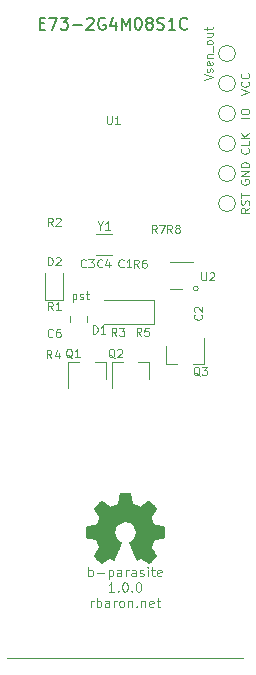
<source format=gbr>
G04 #@! TF.GenerationSoftware,KiCad,Pcbnew,(5.1.2-1)-1*
G04 #@! TF.CreationDate,2021-03-13T14:03:47+01:00*
G04 #@! TF.ProjectId,parasite,70617261-7369-4746-952e-6b696361645f,1.0.0*
G04 #@! TF.SameCoordinates,Original*
G04 #@! TF.FileFunction,Legend,Top*
G04 #@! TF.FilePolarity,Positive*
%FSLAX46Y46*%
G04 Gerber Fmt 4.6, Leading zero omitted, Abs format (unit mm)*
G04 Created by KiCad (PCBNEW (5.1.2-1)-1) date 2021-03-13 14:03:47*
%MOMM*%
%LPD*%
G04 APERTURE LIST*
%ADD10C,0.120000*%
%ADD11C,0.100000*%
%ADD12C,0.010000*%
%ADD13C,0.150000*%
G04 APERTURE END LIST*
D10*
X74200000Y-51700000D02*
G75*
G03X74200000Y-51700000I-200000J0D01*
G01*
D11*
X64914285Y-76061904D02*
X64914285Y-75261904D01*
X64914285Y-75566666D02*
X64990476Y-75528571D01*
X65142857Y-75528571D01*
X65219047Y-75566666D01*
X65257142Y-75604761D01*
X65295238Y-75680952D01*
X65295238Y-75909523D01*
X65257142Y-75985714D01*
X65219047Y-76023809D01*
X65142857Y-76061904D01*
X64990476Y-76061904D01*
X64914285Y-76023809D01*
X65638095Y-75757142D02*
X66247619Y-75757142D01*
X66628571Y-75528571D02*
X66628571Y-76328571D01*
X66628571Y-75566666D02*
X66704761Y-75528571D01*
X66857142Y-75528571D01*
X66933333Y-75566666D01*
X66971428Y-75604761D01*
X67009523Y-75680952D01*
X67009523Y-75909523D01*
X66971428Y-75985714D01*
X66933333Y-76023809D01*
X66857142Y-76061904D01*
X66704761Y-76061904D01*
X66628571Y-76023809D01*
X67695238Y-76061904D02*
X67695238Y-75642857D01*
X67657142Y-75566666D01*
X67580952Y-75528571D01*
X67428571Y-75528571D01*
X67352380Y-75566666D01*
X67695238Y-76023809D02*
X67619047Y-76061904D01*
X67428571Y-76061904D01*
X67352380Y-76023809D01*
X67314285Y-75947619D01*
X67314285Y-75871428D01*
X67352380Y-75795238D01*
X67428571Y-75757142D01*
X67619047Y-75757142D01*
X67695238Y-75719047D01*
X68076190Y-76061904D02*
X68076190Y-75528571D01*
X68076190Y-75680952D02*
X68114285Y-75604761D01*
X68152380Y-75566666D01*
X68228571Y-75528571D01*
X68304761Y-75528571D01*
X68914285Y-76061904D02*
X68914285Y-75642857D01*
X68876190Y-75566666D01*
X68800000Y-75528571D01*
X68647619Y-75528571D01*
X68571428Y-75566666D01*
X68914285Y-76023809D02*
X68838095Y-76061904D01*
X68647619Y-76061904D01*
X68571428Y-76023809D01*
X68533333Y-75947619D01*
X68533333Y-75871428D01*
X68571428Y-75795238D01*
X68647619Y-75757142D01*
X68838095Y-75757142D01*
X68914285Y-75719047D01*
X69257142Y-76023809D02*
X69333333Y-76061904D01*
X69485714Y-76061904D01*
X69561904Y-76023809D01*
X69600000Y-75947619D01*
X69600000Y-75909523D01*
X69561904Y-75833333D01*
X69485714Y-75795238D01*
X69371428Y-75795238D01*
X69295238Y-75757142D01*
X69257142Y-75680952D01*
X69257142Y-75642857D01*
X69295238Y-75566666D01*
X69371428Y-75528571D01*
X69485714Y-75528571D01*
X69561904Y-75566666D01*
X69942857Y-76061904D02*
X69942857Y-75528571D01*
X69942857Y-75261904D02*
X69904761Y-75300000D01*
X69942857Y-75338095D01*
X69980952Y-75300000D01*
X69942857Y-75261904D01*
X69942857Y-75338095D01*
X70209523Y-75528571D02*
X70514285Y-75528571D01*
X70323809Y-75261904D02*
X70323809Y-75947619D01*
X70361904Y-76023809D01*
X70438095Y-76061904D01*
X70514285Y-76061904D01*
X71085714Y-76023809D02*
X71009523Y-76061904D01*
X70857142Y-76061904D01*
X70780952Y-76023809D01*
X70742857Y-75947619D01*
X70742857Y-75642857D01*
X70780952Y-75566666D01*
X70857142Y-75528571D01*
X71009523Y-75528571D01*
X71085714Y-75566666D01*
X71123809Y-75642857D01*
X71123809Y-75719047D01*
X70742857Y-75795238D01*
X67085714Y-77361904D02*
X66628571Y-77361904D01*
X66857142Y-77361904D02*
X66857142Y-76561904D01*
X66780952Y-76676190D01*
X66704761Y-76752380D01*
X66628571Y-76790476D01*
X67428571Y-77285714D02*
X67466666Y-77323809D01*
X67428571Y-77361904D01*
X67390476Y-77323809D01*
X67428571Y-77285714D01*
X67428571Y-77361904D01*
X67961904Y-76561904D02*
X68038095Y-76561904D01*
X68114285Y-76600000D01*
X68152380Y-76638095D01*
X68190476Y-76714285D01*
X68228571Y-76866666D01*
X68228571Y-77057142D01*
X68190476Y-77209523D01*
X68152380Y-77285714D01*
X68114285Y-77323809D01*
X68038095Y-77361904D01*
X67961904Y-77361904D01*
X67885714Y-77323809D01*
X67847619Y-77285714D01*
X67809523Y-77209523D01*
X67771428Y-77057142D01*
X67771428Y-76866666D01*
X67809523Y-76714285D01*
X67847619Y-76638095D01*
X67885714Y-76600000D01*
X67961904Y-76561904D01*
X68571428Y-77285714D02*
X68609523Y-77323809D01*
X68571428Y-77361904D01*
X68533333Y-77323809D01*
X68571428Y-77285714D01*
X68571428Y-77361904D01*
X69104761Y-76561904D02*
X69180952Y-76561904D01*
X69257142Y-76600000D01*
X69295238Y-76638095D01*
X69333333Y-76714285D01*
X69371428Y-76866666D01*
X69371428Y-77057142D01*
X69333333Y-77209523D01*
X69295238Y-77285714D01*
X69257142Y-77323809D01*
X69180952Y-77361904D01*
X69104761Y-77361904D01*
X69028571Y-77323809D01*
X68990476Y-77285714D01*
X68952380Y-77209523D01*
X68914285Y-77057142D01*
X68914285Y-76866666D01*
X68952380Y-76714285D01*
X68990476Y-76638095D01*
X69028571Y-76600000D01*
X69104761Y-76561904D01*
X65123809Y-78661904D02*
X65123809Y-78128571D01*
X65123809Y-78280952D02*
X65161904Y-78204761D01*
X65200000Y-78166666D01*
X65276190Y-78128571D01*
X65352380Y-78128571D01*
X65619047Y-78661904D02*
X65619047Y-77861904D01*
X65619047Y-78166666D02*
X65695238Y-78128571D01*
X65847619Y-78128571D01*
X65923809Y-78166666D01*
X65961904Y-78204761D01*
X66000000Y-78280952D01*
X66000000Y-78509523D01*
X65961904Y-78585714D01*
X65923809Y-78623809D01*
X65847619Y-78661904D01*
X65695238Y-78661904D01*
X65619047Y-78623809D01*
X66685714Y-78661904D02*
X66685714Y-78242857D01*
X66647619Y-78166666D01*
X66571428Y-78128571D01*
X66419047Y-78128571D01*
X66342857Y-78166666D01*
X66685714Y-78623809D02*
X66609523Y-78661904D01*
X66419047Y-78661904D01*
X66342857Y-78623809D01*
X66304761Y-78547619D01*
X66304761Y-78471428D01*
X66342857Y-78395238D01*
X66419047Y-78357142D01*
X66609523Y-78357142D01*
X66685714Y-78319047D01*
X67066666Y-78661904D02*
X67066666Y-78128571D01*
X67066666Y-78280952D02*
X67104761Y-78204761D01*
X67142857Y-78166666D01*
X67219047Y-78128571D01*
X67295238Y-78128571D01*
X67676190Y-78661904D02*
X67600000Y-78623809D01*
X67561904Y-78585714D01*
X67523809Y-78509523D01*
X67523809Y-78280952D01*
X67561904Y-78204761D01*
X67600000Y-78166666D01*
X67676190Y-78128571D01*
X67790476Y-78128571D01*
X67866666Y-78166666D01*
X67904761Y-78204761D01*
X67942857Y-78280952D01*
X67942857Y-78509523D01*
X67904761Y-78585714D01*
X67866666Y-78623809D01*
X67790476Y-78661904D01*
X67676190Y-78661904D01*
X68285714Y-78128571D02*
X68285714Y-78661904D01*
X68285714Y-78204761D02*
X68323809Y-78166666D01*
X68400000Y-78128571D01*
X68514285Y-78128571D01*
X68590476Y-78166666D01*
X68628571Y-78242857D01*
X68628571Y-78661904D01*
X69009523Y-78585714D02*
X69047619Y-78623809D01*
X69009523Y-78661904D01*
X68971428Y-78623809D01*
X69009523Y-78585714D01*
X69009523Y-78661904D01*
X69390476Y-78128571D02*
X69390476Y-78661904D01*
X69390476Y-78204761D02*
X69428571Y-78166666D01*
X69504761Y-78128571D01*
X69619047Y-78128571D01*
X69695238Y-78166666D01*
X69733333Y-78242857D01*
X69733333Y-78661904D01*
X70419047Y-78623809D02*
X70342857Y-78661904D01*
X70190476Y-78661904D01*
X70114285Y-78623809D01*
X70076190Y-78547619D01*
X70076190Y-78242857D01*
X70114285Y-78166666D01*
X70190476Y-78128571D01*
X70342857Y-78128571D01*
X70419047Y-78166666D01*
X70457142Y-78242857D01*
X70457142Y-78319047D01*
X70076190Y-78395238D01*
X70685714Y-78128571D02*
X70990476Y-78128571D01*
X70800000Y-77861904D02*
X70800000Y-78547619D01*
X70838095Y-78623809D01*
X70914285Y-78661904D01*
X70990476Y-78661904D01*
D10*
X58000000Y-83000000D02*
X78000000Y-83000000D01*
D12*
G36*
X68555814Y-69468931D02*
G01*
X68639635Y-69913555D01*
X68948920Y-70041053D01*
X69258206Y-70168551D01*
X69629246Y-69916246D01*
X69733157Y-69845996D01*
X69827087Y-69783272D01*
X69906652Y-69730938D01*
X69967470Y-69691857D01*
X70005157Y-69668893D01*
X70015421Y-69663942D01*
X70033910Y-69676676D01*
X70073420Y-69711882D01*
X70129522Y-69765062D01*
X70197787Y-69831718D01*
X70273786Y-69907354D01*
X70353092Y-69987472D01*
X70431275Y-70067574D01*
X70503907Y-70143164D01*
X70566559Y-70209745D01*
X70614803Y-70262818D01*
X70644210Y-70297887D01*
X70651241Y-70309623D01*
X70641123Y-70331260D01*
X70612759Y-70378662D01*
X70569129Y-70447193D01*
X70513218Y-70532215D01*
X70448006Y-70629093D01*
X70410219Y-70684350D01*
X70341343Y-70785248D01*
X70280140Y-70876299D01*
X70229578Y-70952970D01*
X70192628Y-71010728D01*
X70172258Y-71045043D01*
X70169197Y-71052254D01*
X70176136Y-71072748D01*
X70195051Y-71120513D01*
X70223087Y-71188832D01*
X70257391Y-71270989D01*
X70295109Y-71360270D01*
X70333387Y-71449958D01*
X70369370Y-71533338D01*
X70400206Y-71603694D01*
X70423039Y-71654310D01*
X70435017Y-71678471D01*
X70435724Y-71679422D01*
X70454531Y-71684036D01*
X70504618Y-71694328D01*
X70580793Y-71709287D01*
X70677865Y-71727901D01*
X70790643Y-71749159D01*
X70856442Y-71761418D01*
X70976950Y-71784362D01*
X71085797Y-71806195D01*
X71177476Y-71825722D01*
X71246481Y-71841748D01*
X71287304Y-71853079D01*
X71295511Y-71856674D01*
X71303548Y-71881006D01*
X71310033Y-71935959D01*
X71314970Y-72015108D01*
X71318364Y-72112026D01*
X71320218Y-72220287D01*
X71320538Y-72333465D01*
X71319327Y-72445135D01*
X71316590Y-72548868D01*
X71312331Y-72638241D01*
X71306555Y-72706826D01*
X71299267Y-72748197D01*
X71294895Y-72756810D01*
X71268764Y-72767133D01*
X71213393Y-72781892D01*
X71136107Y-72799352D01*
X71044230Y-72817780D01*
X71012158Y-72823741D01*
X70857524Y-72852066D01*
X70735375Y-72874876D01*
X70641673Y-72893080D01*
X70572384Y-72907583D01*
X70523471Y-72919292D01*
X70490897Y-72929115D01*
X70470628Y-72937956D01*
X70458626Y-72946724D01*
X70456947Y-72948457D01*
X70440184Y-72976371D01*
X70414614Y-73030695D01*
X70382788Y-73104777D01*
X70347260Y-73191965D01*
X70310583Y-73285608D01*
X70275311Y-73379052D01*
X70243996Y-73465647D01*
X70219193Y-73538740D01*
X70203454Y-73591678D01*
X70199332Y-73617811D01*
X70199676Y-73618726D01*
X70213641Y-73640086D01*
X70245322Y-73687084D01*
X70291391Y-73754827D01*
X70348518Y-73838423D01*
X70413373Y-73932982D01*
X70431843Y-73959854D01*
X70497699Y-74057275D01*
X70555650Y-74146163D01*
X70602538Y-74221412D01*
X70635207Y-74277920D01*
X70650500Y-74310581D01*
X70651241Y-74314593D01*
X70638392Y-74335684D01*
X70602888Y-74377464D01*
X70549293Y-74435445D01*
X70482171Y-74505135D01*
X70406087Y-74582045D01*
X70325604Y-74661683D01*
X70245287Y-74739561D01*
X70169699Y-74811186D01*
X70103405Y-74872070D01*
X70050969Y-74917721D01*
X70016955Y-74943650D01*
X70007545Y-74947883D01*
X69985643Y-74937912D01*
X69940800Y-74911020D01*
X69880321Y-74871736D01*
X69833789Y-74840117D01*
X69749475Y-74782098D01*
X69649626Y-74713784D01*
X69549473Y-74645579D01*
X69495627Y-74609075D01*
X69313371Y-74485800D01*
X69160381Y-74568520D01*
X69090682Y-74604759D01*
X69031414Y-74632926D01*
X68991311Y-74648991D01*
X68981103Y-74651226D01*
X68968829Y-74634722D01*
X68944613Y-74588082D01*
X68910263Y-74515609D01*
X68867588Y-74421606D01*
X68818394Y-74310374D01*
X68764490Y-74186215D01*
X68707684Y-74053432D01*
X68649782Y-73916327D01*
X68592593Y-73779202D01*
X68537924Y-73646358D01*
X68487584Y-73522098D01*
X68443380Y-73410725D01*
X68407119Y-73316539D01*
X68380609Y-73243844D01*
X68365658Y-73196941D01*
X68363254Y-73180833D01*
X68382311Y-73160286D01*
X68424036Y-73126933D01*
X68479706Y-73087702D01*
X68484378Y-73084599D01*
X68628264Y-72969423D01*
X68744283Y-72835053D01*
X68831430Y-72685784D01*
X68888699Y-72525913D01*
X68915086Y-72359737D01*
X68909585Y-72191552D01*
X68871190Y-72025655D01*
X68798895Y-71866342D01*
X68777626Y-71831487D01*
X68666996Y-71690737D01*
X68536302Y-71577714D01*
X68390064Y-71493003D01*
X68232808Y-71437194D01*
X68069057Y-71410874D01*
X67903333Y-71414630D01*
X67740162Y-71449050D01*
X67584065Y-71514723D01*
X67439567Y-71612235D01*
X67394869Y-71651813D01*
X67281112Y-71775703D01*
X67198218Y-71906124D01*
X67141356Y-72052315D01*
X67109687Y-72197088D01*
X67101869Y-72359860D01*
X67127938Y-72523440D01*
X67185245Y-72682298D01*
X67271144Y-72830906D01*
X67382986Y-72963735D01*
X67518123Y-73075256D01*
X67535883Y-73087011D01*
X67592150Y-73125508D01*
X67634923Y-73158863D01*
X67655372Y-73180160D01*
X67655669Y-73180833D01*
X67651279Y-73203871D01*
X67633876Y-73256157D01*
X67605268Y-73333390D01*
X67567265Y-73431268D01*
X67521674Y-73545491D01*
X67470303Y-73671758D01*
X67414962Y-73805767D01*
X67357458Y-73943218D01*
X67299601Y-74079808D01*
X67243198Y-74211237D01*
X67190058Y-74333205D01*
X67141990Y-74441409D01*
X67100801Y-74531549D01*
X67068301Y-74599323D01*
X67046297Y-74640430D01*
X67037436Y-74651226D01*
X67010360Y-74642819D01*
X66959697Y-74620272D01*
X66894183Y-74587613D01*
X66858159Y-74568520D01*
X66705168Y-74485800D01*
X66522912Y-74609075D01*
X66429875Y-74672228D01*
X66328015Y-74741727D01*
X66232562Y-74807165D01*
X66184750Y-74840117D01*
X66117505Y-74885273D01*
X66060564Y-74921057D01*
X66021354Y-74942938D01*
X66008619Y-74947563D01*
X65990083Y-74935085D01*
X65949059Y-74900252D01*
X65889525Y-74846678D01*
X65815458Y-74777983D01*
X65730835Y-74697781D01*
X65677315Y-74646286D01*
X65583681Y-74554286D01*
X65502759Y-74471999D01*
X65437823Y-74402945D01*
X65392142Y-74350644D01*
X65368989Y-74318616D01*
X65366768Y-74312116D01*
X65377076Y-74287394D01*
X65405561Y-74237405D01*
X65449063Y-74167212D01*
X65504423Y-74081875D01*
X65568480Y-73986456D01*
X65586697Y-73959854D01*
X65653073Y-73863167D01*
X65712622Y-73776117D01*
X65762016Y-73703595D01*
X65797925Y-73650493D01*
X65817019Y-73621703D01*
X65818864Y-73618726D01*
X65816105Y-73595782D01*
X65801462Y-73545336D01*
X65777487Y-73474041D01*
X65746734Y-73388547D01*
X65711756Y-73295507D01*
X65675107Y-73201574D01*
X65639339Y-73113399D01*
X65607006Y-73037634D01*
X65580662Y-72980931D01*
X65562858Y-72949943D01*
X65561593Y-72948457D01*
X65550706Y-72939601D01*
X65532318Y-72930843D01*
X65502394Y-72921277D01*
X65456897Y-72909996D01*
X65391791Y-72896093D01*
X65303039Y-72878663D01*
X65186607Y-72856798D01*
X65038458Y-72829591D01*
X65006382Y-72823741D01*
X64911314Y-72805374D01*
X64828435Y-72787405D01*
X64765070Y-72771569D01*
X64728542Y-72759600D01*
X64723644Y-72756810D01*
X64715573Y-72732072D01*
X64709013Y-72676790D01*
X64703967Y-72597389D01*
X64700441Y-72500296D01*
X64698439Y-72391938D01*
X64697964Y-72278740D01*
X64699023Y-72167128D01*
X64701618Y-72063529D01*
X64705754Y-71974368D01*
X64711437Y-71906072D01*
X64718669Y-71865066D01*
X64723029Y-71856674D01*
X64747302Y-71848208D01*
X64802574Y-71834435D01*
X64883338Y-71816550D01*
X64984088Y-71795748D01*
X65099317Y-71773223D01*
X65162098Y-71761418D01*
X65281213Y-71739151D01*
X65387435Y-71718979D01*
X65475573Y-71701915D01*
X65540434Y-71688969D01*
X65576826Y-71681155D01*
X65582816Y-71679422D01*
X65592939Y-71659890D01*
X65614338Y-71612843D01*
X65644161Y-71545003D01*
X65679555Y-71463091D01*
X65717668Y-71373828D01*
X65755647Y-71283935D01*
X65790640Y-71200135D01*
X65819794Y-71129147D01*
X65840257Y-71077694D01*
X65849177Y-71052497D01*
X65849343Y-71051396D01*
X65839231Y-71031519D01*
X65810883Y-70985777D01*
X65767277Y-70918717D01*
X65711394Y-70834884D01*
X65646213Y-70738826D01*
X65608321Y-70683650D01*
X65539275Y-70582481D01*
X65477950Y-70490630D01*
X65427337Y-70412744D01*
X65390429Y-70353469D01*
X65370218Y-70317451D01*
X65367299Y-70309377D01*
X65379847Y-70290584D01*
X65414537Y-70250457D01*
X65466937Y-70193493D01*
X65532616Y-70124185D01*
X65607144Y-70047031D01*
X65686087Y-69966525D01*
X65765017Y-69887163D01*
X65839500Y-69813440D01*
X65905106Y-69749852D01*
X65957404Y-69700894D01*
X65991961Y-69671061D01*
X66003522Y-69663942D01*
X66022346Y-69673953D01*
X66067369Y-69702078D01*
X66134213Y-69745454D01*
X66218501Y-69801218D01*
X66315856Y-69866506D01*
X66389293Y-69916246D01*
X66760333Y-70168551D01*
X67378905Y-69913555D01*
X67462725Y-69468931D01*
X67546546Y-69024307D01*
X68471994Y-69024307D01*
X68555814Y-69468931D01*
X68555814Y-69468931D01*
G37*
X68555814Y-69468931D02*
X68639635Y-69913555D01*
X68948920Y-70041053D01*
X69258206Y-70168551D01*
X69629246Y-69916246D01*
X69733157Y-69845996D01*
X69827087Y-69783272D01*
X69906652Y-69730938D01*
X69967470Y-69691857D01*
X70005157Y-69668893D01*
X70015421Y-69663942D01*
X70033910Y-69676676D01*
X70073420Y-69711882D01*
X70129522Y-69765062D01*
X70197787Y-69831718D01*
X70273786Y-69907354D01*
X70353092Y-69987472D01*
X70431275Y-70067574D01*
X70503907Y-70143164D01*
X70566559Y-70209745D01*
X70614803Y-70262818D01*
X70644210Y-70297887D01*
X70651241Y-70309623D01*
X70641123Y-70331260D01*
X70612759Y-70378662D01*
X70569129Y-70447193D01*
X70513218Y-70532215D01*
X70448006Y-70629093D01*
X70410219Y-70684350D01*
X70341343Y-70785248D01*
X70280140Y-70876299D01*
X70229578Y-70952970D01*
X70192628Y-71010728D01*
X70172258Y-71045043D01*
X70169197Y-71052254D01*
X70176136Y-71072748D01*
X70195051Y-71120513D01*
X70223087Y-71188832D01*
X70257391Y-71270989D01*
X70295109Y-71360270D01*
X70333387Y-71449958D01*
X70369370Y-71533338D01*
X70400206Y-71603694D01*
X70423039Y-71654310D01*
X70435017Y-71678471D01*
X70435724Y-71679422D01*
X70454531Y-71684036D01*
X70504618Y-71694328D01*
X70580793Y-71709287D01*
X70677865Y-71727901D01*
X70790643Y-71749159D01*
X70856442Y-71761418D01*
X70976950Y-71784362D01*
X71085797Y-71806195D01*
X71177476Y-71825722D01*
X71246481Y-71841748D01*
X71287304Y-71853079D01*
X71295511Y-71856674D01*
X71303548Y-71881006D01*
X71310033Y-71935959D01*
X71314970Y-72015108D01*
X71318364Y-72112026D01*
X71320218Y-72220287D01*
X71320538Y-72333465D01*
X71319327Y-72445135D01*
X71316590Y-72548868D01*
X71312331Y-72638241D01*
X71306555Y-72706826D01*
X71299267Y-72748197D01*
X71294895Y-72756810D01*
X71268764Y-72767133D01*
X71213393Y-72781892D01*
X71136107Y-72799352D01*
X71044230Y-72817780D01*
X71012158Y-72823741D01*
X70857524Y-72852066D01*
X70735375Y-72874876D01*
X70641673Y-72893080D01*
X70572384Y-72907583D01*
X70523471Y-72919292D01*
X70490897Y-72929115D01*
X70470628Y-72937956D01*
X70458626Y-72946724D01*
X70456947Y-72948457D01*
X70440184Y-72976371D01*
X70414614Y-73030695D01*
X70382788Y-73104777D01*
X70347260Y-73191965D01*
X70310583Y-73285608D01*
X70275311Y-73379052D01*
X70243996Y-73465647D01*
X70219193Y-73538740D01*
X70203454Y-73591678D01*
X70199332Y-73617811D01*
X70199676Y-73618726D01*
X70213641Y-73640086D01*
X70245322Y-73687084D01*
X70291391Y-73754827D01*
X70348518Y-73838423D01*
X70413373Y-73932982D01*
X70431843Y-73959854D01*
X70497699Y-74057275D01*
X70555650Y-74146163D01*
X70602538Y-74221412D01*
X70635207Y-74277920D01*
X70650500Y-74310581D01*
X70651241Y-74314593D01*
X70638392Y-74335684D01*
X70602888Y-74377464D01*
X70549293Y-74435445D01*
X70482171Y-74505135D01*
X70406087Y-74582045D01*
X70325604Y-74661683D01*
X70245287Y-74739561D01*
X70169699Y-74811186D01*
X70103405Y-74872070D01*
X70050969Y-74917721D01*
X70016955Y-74943650D01*
X70007545Y-74947883D01*
X69985643Y-74937912D01*
X69940800Y-74911020D01*
X69880321Y-74871736D01*
X69833789Y-74840117D01*
X69749475Y-74782098D01*
X69649626Y-74713784D01*
X69549473Y-74645579D01*
X69495627Y-74609075D01*
X69313371Y-74485800D01*
X69160381Y-74568520D01*
X69090682Y-74604759D01*
X69031414Y-74632926D01*
X68991311Y-74648991D01*
X68981103Y-74651226D01*
X68968829Y-74634722D01*
X68944613Y-74588082D01*
X68910263Y-74515609D01*
X68867588Y-74421606D01*
X68818394Y-74310374D01*
X68764490Y-74186215D01*
X68707684Y-74053432D01*
X68649782Y-73916327D01*
X68592593Y-73779202D01*
X68537924Y-73646358D01*
X68487584Y-73522098D01*
X68443380Y-73410725D01*
X68407119Y-73316539D01*
X68380609Y-73243844D01*
X68365658Y-73196941D01*
X68363254Y-73180833D01*
X68382311Y-73160286D01*
X68424036Y-73126933D01*
X68479706Y-73087702D01*
X68484378Y-73084599D01*
X68628264Y-72969423D01*
X68744283Y-72835053D01*
X68831430Y-72685784D01*
X68888699Y-72525913D01*
X68915086Y-72359737D01*
X68909585Y-72191552D01*
X68871190Y-72025655D01*
X68798895Y-71866342D01*
X68777626Y-71831487D01*
X68666996Y-71690737D01*
X68536302Y-71577714D01*
X68390064Y-71493003D01*
X68232808Y-71437194D01*
X68069057Y-71410874D01*
X67903333Y-71414630D01*
X67740162Y-71449050D01*
X67584065Y-71514723D01*
X67439567Y-71612235D01*
X67394869Y-71651813D01*
X67281112Y-71775703D01*
X67198218Y-71906124D01*
X67141356Y-72052315D01*
X67109687Y-72197088D01*
X67101869Y-72359860D01*
X67127938Y-72523440D01*
X67185245Y-72682298D01*
X67271144Y-72830906D01*
X67382986Y-72963735D01*
X67518123Y-73075256D01*
X67535883Y-73087011D01*
X67592150Y-73125508D01*
X67634923Y-73158863D01*
X67655372Y-73180160D01*
X67655669Y-73180833D01*
X67651279Y-73203871D01*
X67633876Y-73256157D01*
X67605268Y-73333390D01*
X67567265Y-73431268D01*
X67521674Y-73545491D01*
X67470303Y-73671758D01*
X67414962Y-73805767D01*
X67357458Y-73943218D01*
X67299601Y-74079808D01*
X67243198Y-74211237D01*
X67190058Y-74333205D01*
X67141990Y-74441409D01*
X67100801Y-74531549D01*
X67068301Y-74599323D01*
X67046297Y-74640430D01*
X67037436Y-74651226D01*
X67010360Y-74642819D01*
X66959697Y-74620272D01*
X66894183Y-74587613D01*
X66858159Y-74568520D01*
X66705168Y-74485800D01*
X66522912Y-74609075D01*
X66429875Y-74672228D01*
X66328015Y-74741727D01*
X66232562Y-74807165D01*
X66184750Y-74840117D01*
X66117505Y-74885273D01*
X66060564Y-74921057D01*
X66021354Y-74942938D01*
X66008619Y-74947563D01*
X65990083Y-74935085D01*
X65949059Y-74900252D01*
X65889525Y-74846678D01*
X65815458Y-74777983D01*
X65730835Y-74697781D01*
X65677315Y-74646286D01*
X65583681Y-74554286D01*
X65502759Y-74471999D01*
X65437823Y-74402945D01*
X65392142Y-74350644D01*
X65368989Y-74318616D01*
X65366768Y-74312116D01*
X65377076Y-74287394D01*
X65405561Y-74237405D01*
X65449063Y-74167212D01*
X65504423Y-74081875D01*
X65568480Y-73986456D01*
X65586697Y-73959854D01*
X65653073Y-73863167D01*
X65712622Y-73776117D01*
X65762016Y-73703595D01*
X65797925Y-73650493D01*
X65817019Y-73621703D01*
X65818864Y-73618726D01*
X65816105Y-73595782D01*
X65801462Y-73545336D01*
X65777487Y-73474041D01*
X65746734Y-73388547D01*
X65711756Y-73295507D01*
X65675107Y-73201574D01*
X65639339Y-73113399D01*
X65607006Y-73037634D01*
X65580662Y-72980931D01*
X65562858Y-72949943D01*
X65561593Y-72948457D01*
X65550706Y-72939601D01*
X65532318Y-72930843D01*
X65502394Y-72921277D01*
X65456897Y-72909996D01*
X65391791Y-72896093D01*
X65303039Y-72878663D01*
X65186607Y-72856798D01*
X65038458Y-72829591D01*
X65006382Y-72823741D01*
X64911314Y-72805374D01*
X64828435Y-72787405D01*
X64765070Y-72771569D01*
X64728542Y-72759600D01*
X64723644Y-72756810D01*
X64715573Y-72732072D01*
X64709013Y-72676790D01*
X64703967Y-72597389D01*
X64700441Y-72500296D01*
X64698439Y-72391938D01*
X64697964Y-72278740D01*
X64699023Y-72167128D01*
X64701618Y-72063529D01*
X64705754Y-71974368D01*
X64711437Y-71906072D01*
X64718669Y-71865066D01*
X64723029Y-71856674D01*
X64747302Y-71848208D01*
X64802574Y-71834435D01*
X64883338Y-71816550D01*
X64984088Y-71795748D01*
X65099317Y-71773223D01*
X65162098Y-71761418D01*
X65281213Y-71739151D01*
X65387435Y-71718979D01*
X65475573Y-71701915D01*
X65540434Y-71688969D01*
X65576826Y-71681155D01*
X65582816Y-71679422D01*
X65592939Y-71659890D01*
X65614338Y-71612843D01*
X65644161Y-71545003D01*
X65679555Y-71463091D01*
X65717668Y-71373828D01*
X65755647Y-71283935D01*
X65790640Y-71200135D01*
X65819794Y-71129147D01*
X65840257Y-71077694D01*
X65849177Y-71052497D01*
X65849343Y-71051396D01*
X65839231Y-71031519D01*
X65810883Y-70985777D01*
X65767277Y-70918717D01*
X65711394Y-70834884D01*
X65646213Y-70738826D01*
X65608321Y-70683650D01*
X65539275Y-70582481D01*
X65477950Y-70490630D01*
X65427337Y-70412744D01*
X65390429Y-70353469D01*
X65370218Y-70317451D01*
X65367299Y-70309377D01*
X65379847Y-70290584D01*
X65414537Y-70250457D01*
X65466937Y-70193493D01*
X65532616Y-70124185D01*
X65607144Y-70047031D01*
X65686087Y-69966525D01*
X65765017Y-69887163D01*
X65839500Y-69813440D01*
X65905106Y-69749852D01*
X65957404Y-69700894D01*
X65991961Y-69671061D01*
X66003522Y-69663942D01*
X66022346Y-69673953D01*
X66067369Y-69702078D01*
X66134213Y-69745454D01*
X66218501Y-69801218D01*
X66315856Y-69866506D01*
X66389293Y-69916246D01*
X66760333Y-70168551D01*
X67378905Y-69913555D01*
X67462725Y-69468931D01*
X67546546Y-69024307D01*
X68471994Y-69024307D01*
X68555814Y-69468931D01*
D10*
X73800000Y-49490000D02*
X71800000Y-49490000D01*
X72800000Y-51710000D02*
X71800000Y-51710000D01*
X66925000Y-48875000D02*
X65575000Y-48875000D01*
X66925000Y-47125000D02*
X65575000Y-47125000D01*
X71520000Y-58060000D02*
X71520000Y-56600000D01*
X74680000Y-58060000D02*
X74680000Y-55900000D01*
X74680000Y-58060000D02*
X73750000Y-58060000D01*
X71520000Y-58060000D02*
X72450000Y-58060000D01*
X62735000Y-52697500D02*
X62735000Y-50412500D01*
X61265000Y-52697500D02*
X62735000Y-52697500D01*
X61265000Y-50412500D02*
X61265000Y-52697500D01*
X77340000Y-34340000D02*
G75*
G03X77340000Y-34340000I-700000J0D01*
G01*
X77340000Y-41960000D02*
G75*
G03X77340000Y-41960000I-700000J0D01*
G01*
X77340000Y-44500000D02*
G75*
G03X77340000Y-44500000I-700000J0D01*
G01*
X77340000Y-39420000D02*
G75*
G03X77340000Y-39420000I-700000J0D01*
G01*
X77340000Y-36880000D02*
G75*
G03X77340000Y-36880000I-700000J0D01*
G01*
X70030000Y-57940000D02*
X70030000Y-59400000D01*
X66870000Y-57940000D02*
X66870000Y-60100000D01*
X66870000Y-57940000D02*
X67800000Y-57940000D01*
X70030000Y-57940000D02*
X69100000Y-57940000D01*
X66380000Y-57940000D02*
X66380000Y-59400000D01*
X63220000Y-57940000D02*
X63220000Y-60100000D01*
X63220000Y-57940000D02*
X64150000Y-57940000D01*
X66380000Y-57940000D02*
X65450000Y-57940000D01*
X64810000Y-54558578D02*
X64810000Y-54041422D01*
X63390000Y-54558578D02*
X63390000Y-54041422D01*
X66200000Y-54700000D02*
X70500000Y-54700000D01*
X70500000Y-54700000D02*
X70500000Y-52700000D01*
X70500000Y-52700000D02*
X66200000Y-52700000D01*
X77340000Y-31800000D02*
G75*
G03X77340000Y-31800000I-700000J0D01*
G01*
X74466666Y-50316666D02*
X74466666Y-50883333D01*
X74500000Y-50950000D01*
X74533333Y-50983333D01*
X74600000Y-51016666D01*
X74733333Y-51016666D01*
X74800000Y-50983333D01*
X74833333Y-50950000D01*
X74866666Y-50883333D01*
X74866666Y-50316666D01*
X75166666Y-50383333D02*
X75200000Y-50350000D01*
X75266666Y-50316666D01*
X75433333Y-50316666D01*
X75500000Y-50350000D01*
X75533333Y-50383333D01*
X75566666Y-50450000D01*
X75566666Y-50516666D01*
X75533333Y-50616666D01*
X75133333Y-51016666D01*
X75566666Y-51016666D01*
X66466199Y-37069891D02*
X66466199Y-37636558D01*
X66499533Y-37703225D01*
X66532866Y-37736558D01*
X66599533Y-37769891D01*
X66732866Y-37769891D01*
X66799533Y-37736558D01*
X66832866Y-37703225D01*
X66866199Y-37636558D01*
X66866199Y-37069891D01*
X67566199Y-37769891D02*
X67166199Y-37769891D01*
X67366199Y-37769891D02*
X67366199Y-37069891D01*
X67299533Y-37169891D01*
X67232866Y-37236558D01*
X67166199Y-37269891D01*
D13*
X60785714Y-29253571D02*
X61119047Y-29253571D01*
X61261904Y-29777380D02*
X60785714Y-29777380D01*
X60785714Y-28777380D01*
X61261904Y-28777380D01*
X61595238Y-28777380D02*
X62261904Y-28777380D01*
X61833333Y-29777380D01*
X62547619Y-28777380D02*
X63166666Y-28777380D01*
X62833333Y-29158333D01*
X62976190Y-29158333D01*
X63071428Y-29205952D01*
X63119047Y-29253571D01*
X63166666Y-29348809D01*
X63166666Y-29586904D01*
X63119047Y-29682142D01*
X63071428Y-29729761D01*
X62976190Y-29777380D01*
X62690476Y-29777380D01*
X62595238Y-29729761D01*
X62547619Y-29682142D01*
X63595238Y-29396428D02*
X64357142Y-29396428D01*
X64785714Y-28872619D02*
X64833333Y-28825000D01*
X64928571Y-28777380D01*
X65166666Y-28777380D01*
X65261904Y-28825000D01*
X65309523Y-28872619D01*
X65357142Y-28967857D01*
X65357142Y-29063095D01*
X65309523Y-29205952D01*
X64738095Y-29777380D01*
X65357142Y-29777380D01*
X66309523Y-28825000D02*
X66214285Y-28777380D01*
X66071428Y-28777380D01*
X65928571Y-28825000D01*
X65833333Y-28920238D01*
X65785714Y-29015476D01*
X65738095Y-29205952D01*
X65738095Y-29348809D01*
X65785714Y-29539285D01*
X65833333Y-29634523D01*
X65928571Y-29729761D01*
X66071428Y-29777380D01*
X66166666Y-29777380D01*
X66309523Y-29729761D01*
X66357142Y-29682142D01*
X66357142Y-29348809D01*
X66166666Y-29348809D01*
X67214285Y-29110714D02*
X67214285Y-29777380D01*
X66976190Y-28729761D02*
X66738095Y-29444047D01*
X67357142Y-29444047D01*
X67738095Y-29777380D02*
X67738095Y-28777380D01*
X68071428Y-29491666D01*
X68404761Y-28777380D01*
X68404761Y-29777380D01*
X69071428Y-28777380D02*
X69166666Y-28777380D01*
X69261904Y-28825000D01*
X69309523Y-28872619D01*
X69357142Y-28967857D01*
X69404761Y-29158333D01*
X69404761Y-29396428D01*
X69357142Y-29586904D01*
X69309523Y-29682142D01*
X69261904Y-29729761D01*
X69166666Y-29777380D01*
X69071428Y-29777380D01*
X68976190Y-29729761D01*
X68928571Y-29682142D01*
X68880952Y-29586904D01*
X68833333Y-29396428D01*
X68833333Y-29158333D01*
X68880952Y-28967857D01*
X68928571Y-28872619D01*
X68976190Y-28825000D01*
X69071428Y-28777380D01*
X69976190Y-29205952D02*
X69880952Y-29158333D01*
X69833333Y-29110714D01*
X69785714Y-29015476D01*
X69785714Y-28967857D01*
X69833333Y-28872619D01*
X69880952Y-28825000D01*
X69976190Y-28777380D01*
X70166666Y-28777380D01*
X70261904Y-28825000D01*
X70309523Y-28872619D01*
X70357142Y-28967857D01*
X70357142Y-29015476D01*
X70309523Y-29110714D01*
X70261904Y-29158333D01*
X70166666Y-29205952D01*
X69976190Y-29205952D01*
X69880952Y-29253571D01*
X69833333Y-29301190D01*
X69785714Y-29396428D01*
X69785714Y-29586904D01*
X69833333Y-29682142D01*
X69880952Y-29729761D01*
X69976190Y-29777380D01*
X70166666Y-29777380D01*
X70261904Y-29729761D01*
X70309523Y-29682142D01*
X70357142Y-29586904D01*
X70357142Y-29396428D01*
X70309523Y-29301190D01*
X70261904Y-29253571D01*
X70166666Y-29205952D01*
X70738095Y-29729761D02*
X70880952Y-29777380D01*
X71119047Y-29777380D01*
X71214285Y-29729761D01*
X71261904Y-29682142D01*
X71309523Y-29586904D01*
X71309523Y-29491666D01*
X71261904Y-29396428D01*
X71214285Y-29348809D01*
X71119047Y-29301190D01*
X70928571Y-29253571D01*
X70833333Y-29205952D01*
X70785714Y-29158333D01*
X70738095Y-29063095D01*
X70738095Y-28967857D01*
X70785714Y-28872619D01*
X70833333Y-28825000D01*
X70928571Y-28777380D01*
X71166666Y-28777380D01*
X71309523Y-28825000D01*
X72261904Y-29777380D02*
X71690476Y-29777380D01*
X71976190Y-29777380D02*
X71976190Y-28777380D01*
X71880952Y-28920238D01*
X71785714Y-29015476D01*
X71690476Y-29063095D01*
X73261904Y-29682142D02*
X73214285Y-29729761D01*
X73071428Y-29777380D01*
X72976190Y-29777380D01*
X72833333Y-29729761D01*
X72738095Y-29634523D01*
X72690476Y-29539285D01*
X72642857Y-29348809D01*
X72642857Y-29205952D01*
X72690476Y-29015476D01*
X72738095Y-28920238D01*
X72833333Y-28825000D01*
X72976190Y-28777380D01*
X73071428Y-28777380D01*
X73214285Y-28825000D01*
X73261904Y-28872619D01*
D10*
X65916666Y-46383333D02*
X65916666Y-46716666D01*
X65683333Y-46016666D02*
X65916666Y-46383333D01*
X66150000Y-46016666D01*
X66750000Y-46716666D02*
X66350000Y-46716666D01*
X66550000Y-46716666D02*
X66550000Y-46016666D01*
X66483333Y-46116666D01*
X66416666Y-46183333D01*
X66350000Y-46216666D01*
X71983333Y-47016666D02*
X71750000Y-46683333D01*
X71583333Y-47016666D02*
X71583333Y-46316666D01*
X71850000Y-46316666D01*
X71916666Y-46350000D01*
X71950000Y-46383333D01*
X71983333Y-46450000D01*
X71983333Y-46550000D01*
X71950000Y-46616666D01*
X71916666Y-46650000D01*
X71850000Y-46683333D01*
X71583333Y-46683333D01*
X72383333Y-46616666D02*
X72316666Y-46583333D01*
X72283333Y-46550000D01*
X72250000Y-46483333D01*
X72250000Y-46450000D01*
X72283333Y-46383333D01*
X72316666Y-46350000D01*
X72383333Y-46316666D01*
X72516666Y-46316666D01*
X72583333Y-46350000D01*
X72616666Y-46383333D01*
X72650000Y-46450000D01*
X72650000Y-46483333D01*
X72616666Y-46550000D01*
X72583333Y-46583333D01*
X72516666Y-46616666D01*
X72383333Y-46616666D01*
X72316666Y-46650000D01*
X72283333Y-46683333D01*
X72250000Y-46750000D01*
X72250000Y-46883333D01*
X72283333Y-46950000D01*
X72316666Y-46983333D01*
X72383333Y-47016666D01*
X72516666Y-47016666D01*
X72583333Y-46983333D01*
X72616666Y-46950000D01*
X72650000Y-46883333D01*
X72650000Y-46750000D01*
X72616666Y-46683333D01*
X72583333Y-46650000D01*
X72516666Y-46616666D01*
X70683333Y-47016666D02*
X70450000Y-46683333D01*
X70283333Y-47016666D02*
X70283333Y-46316666D01*
X70550000Y-46316666D01*
X70616666Y-46350000D01*
X70650000Y-46383333D01*
X70683333Y-46450000D01*
X70683333Y-46550000D01*
X70650000Y-46616666D01*
X70616666Y-46650000D01*
X70550000Y-46683333D01*
X70283333Y-46683333D01*
X70916666Y-46316666D02*
X71383333Y-46316666D01*
X71083333Y-47016666D01*
X69183333Y-49946666D02*
X68950000Y-49613333D01*
X68783333Y-49946666D02*
X68783333Y-49246666D01*
X69050000Y-49246666D01*
X69116666Y-49280000D01*
X69150000Y-49313333D01*
X69183333Y-49380000D01*
X69183333Y-49480000D01*
X69150000Y-49546666D01*
X69116666Y-49580000D01*
X69050000Y-49613333D01*
X68783333Y-49613333D01*
X69783333Y-49246666D02*
X69650000Y-49246666D01*
X69583333Y-49280000D01*
X69550000Y-49313333D01*
X69483333Y-49413333D01*
X69450000Y-49546666D01*
X69450000Y-49813333D01*
X69483333Y-49880000D01*
X69516666Y-49913333D01*
X69583333Y-49946666D01*
X69716666Y-49946666D01*
X69783333Y-49913333D01*
X69816666Y-49880000D01*
X69850000Y-49813333D01*
X69850000Y-49646666D01*
X69816666Y-49580000D01*
X69783333Y-49546666D01*
X69716666Y-49513333D01*
X69583333Y-49513333D01*
X69516666Y-49546666D01*
X69483333Y-49580000D01*
X69450000Y-49646666D01*
X69383333Y-55716666D02*
X69150000Y-55383333D01*
X68983333Y-55716666D02*
X68983333Y-55016666D01*
X69250000Y-55016666D01*
X69316666Y-55050000D01*
X69350000Y-55083333D01*
X69383333Y-55150000D01*
X69383333Y-55250000D01*
X69350000Y-55316666D01*
X69316666Y-55350000D01*
X69250000Y-55383333D01*
X68983333Y-55383333D01*
X70016666Y-55016666D02*
X69683333Y-55016666D01*
X69650000Y-55350000D01*
X69683333Y-55316666D01*
X69750000Y-55283333D01*
X69916666Y-55283333D01*
X69983333Y-55316666D01*
X70016666Y-55350000D01*
X70050000Y-55416666D01*
X70050000Y-55583333D01*
X70016666Y-55650000D01*
X69983333Y-55683333D01*
X69916666Y-55716666D01*
X69750000Y-55716666D01*
X69683333Y-55683333D01*
X69650000Y-55650000D01*
X61783333Y-57616666D02*
X61550000Y-57283333D01*
X61383333Y-57616666D02*
X61383333Y-56916666D01*
X61650000Y-56916666D01*
X61716666Y-56950000D01*
X61750000Y-56983333D01*
X61783333Y-57050000D01*
X61783333Y-57150000D01*
X61750000Y-57216666D01*
X61716666Y-57250000D01*
X61650000Y-57283333D01*
X61383333Y-57283333D01*
X62383333Y-57150000D02*
X62383333Y-57616666D01*
X62216666Y-56883333D02*
X62050000Y-57383333D01*
X62483333Y-57383333D01*
X67283333Y-55716666D02*
X67050000Y-55383333D01*
X66883333Y-55716666D02*
X66883333Y-55016666D01*
X67150000Y-55016666D01*
X67216666Y-55050000D01*
X67250000Y-55083333D01*
X67283333Y-55150000D01*
X67283333Y-55250000D01*
X67250000Y-55316666D01*
X67216666Y-55350000D01*
X67150000Y-55383333D01*
X66883333Y-55383333D01*
X67516666Y-55016666D02*
X67950000Y-55016666D01*
X67716666Y-55283333D01*
X67816666Y-55283333D01*
X67883333Y-55316666D01*
X67916666Y-55350000D01*
X67950000Y-55416666D01*
X67950000Y-55583333D01*
X67916666Y-55650000D01*
X67883333Y-55683333D01*
X67816666Y-55716666D01*
X67616666Y-55716666D01*
X67550000Y-55683333D01*
X67516666Y-55650000D01*
X61883333Y-46416666D02*
X61650000Y-46083333D01*
X61483333Y-46416666D02*
X61483333Y-45716666D01*
X61750000Y-45716666D01*
X61816666Y-45750000D01*
X61850000Y-45783333D01*
X61883333Y-45850000D01*
X61883333Y-45950000D01*
X61850000Y-46016666D01*
X61816666Y-46050000D01*
X61750000Y-46083333D01*
X61483333Y-46083333D01*
X62150000Y-45783333D02*
X62183333Y-45750000D01*
X62250000Y-45716666D01*
X62416666Y-45716666D01*
X62483333Y-45750000D01*
X62516666Y-45783333D01*
X62550000Y-45850000D01*
X62550000Y-45916666D01*
X62516666Y-46016666D01*
X62116666Y-46416666D01*
X62550000Y-46416666D01*
X61883333Y-53546666D02*
X61650000Y-53213333D01*
X61483333Y-53546666D02*
X61483333Y-52846666D01*
X61750000Y-52846666D01*
X61816666Y-52880000D01*
X61850000Y-52913333D01*
X61883333Y-52980000D01*
X61883333Y-53080000D01*
X61850000Y-53146666D01*
X61816666Y-53180000D01*
X61750000Y-53213333D01*
X61483333Y-53213333D01*
X62550000Y-53546666D02*
X62150000Y-53546666D01*
X62350000Y-53546666D02*
X62350000Y-52846666D01*
X62283333Y-52946666D01*
X62216666Y-53013333D01*
X62150000Y-53046666D01*
X74333333Y-59083333D02*
X74266666Y-59050000D01*
X74200000Y-58983333D01*
X74100000Y-58883333D01*
X74033333Y-58850000D01*
X73966666Y-58850000D01*
X74000000Y-59016666D02*
X73933333Y-58983333D01*
X73866666Y-58916666D01*
X73833333Y-58783333D01*
X73833333Y-58550000D01*
X73866666Y-58416666D01*
X73933333Y-58350000D01*
X74000000Y-58316666D01*
X74133333Y-58316666D01*
X74200000Y-58350000D01*
X74266666Y-58416666D01*
X74300000Y-58550000D01*
X74300000Y-58783333D01*
X74266666Y-58916666D01*
X74200000Y-58983333D01*
X74133333Y-59016666D01*
X74000000Y-59016666D01*
X74533333Y-58316666D02*
X74966666Y-58316666D01*
X74733333Y-58583333D01*
X74833333Y-58583333D01*
X74900000Y-58616666D01*
X74933333Y-58650000D01*
X74966666Y-58716666D01*
X74966666Y-58883333D01*
X74933333Y-58950000D01*
X74900000Y-58983333D01*
X74833333Y-59016666D01*
X74633333Y-59016666D01*
X74566666Y-58983333D01*
X74533333Y-58950000D01*
X61483333Y-49741666D02*
X61483333Y-49041666D01*
X61650000Y-49041666D01*
X61750000Y-49075000D01*
X61816666Y-49141666D01*
X61850000Y-49208333D01*
X61883333Y-49341666D01*
X61883333Y-49441666D01*
X61850000Y-49575000D01*
X61816666Y-49641666D01*
X61750000Y-49708333D01*
X61650000Y-49741666D01*
X61483333Y-49741666D01*
X62150000Y-49108333D02*
X62183333Y-49075000D01*
X62250000Y-49041666D01*
X62416666Y-49041666D01*
X62483333Y-49075000D01*
X62516666Y-49108333D01*
X62550000Y-49175000D01*
X62550000Y-49241666D01*
X62516666Y-49341666D01*
X62116666Y-49741666D01*
X62550000Y-49741666D01*
X61883333Y-55750000D02*
X61850000Y-55783333D01*
X61750000Y-55816666D01*
X61683333Y-55816666D01*
X61583333Y-55783333D01*
X61516666Y-55716666D01*
X61483333Y-55650000D01*
X61450000Y-55516666D01*
X61450000Y-55416666D01*
X61483333Y-55283333D01*
X61516666Y-55216666D01*
X61583333Y-55150000D01*
X61683333Y-55116666D01*
X61750000Y-55116666D01*
X61850000Y-55150000D01*
X61883333Y-55183333D01*
X62483333Y-55116666D02*
X62350000Y-55116666D01*
X62283333Y-55150000D01*
X62250000Y-55183333D01*
X62183333Y-55283333D01*
X62150000Y-55416666D01*
X62150000Y-55683333D01*
X62183333Y-55750000D01*
X62216666Y-55783333D01*
X62283333Y-55816666D01*
X62416666Y-55816666D01*
X62483333Y-55783333D01*
X62516666Y-55750000D01*
X62550000Y-55683333D01*
X62550000Y-55516666D01*
X62516666Y-55450000D01*
X62483333Y-55416666D01*
X62416666Y-55383333D01*
X62283333Y-55383333D01*
X62216666Y-55416666D01*
X62183333Y-55450000D01*
X62150000Y-55516666D01*
X66083333Y-49850000D02*
X66050000Y-49883333D01*
X65950000Y-49916666D01*
X65883333Y-49916666D01*
X65783333Y-49883333D01*
X65716666Y-49816666D01*
X65683333Y-49750000D01*
X65650000Y-49616666D01*
X65650000Y-49516666D01*
X65683333Y-49383333D01*
X65716666Y-49316666D01*
X65783333Y-49250000D01*
X65883333Y-49216666D01*
X65950000Y-49216666D01*
X66050000Y-49250000D01*
X66083333Y-49283333D01*
X66683333Y-49450000D02*
X66683333Y-49916666D01*
X66516666Y-49183333D02*
X66350000Y-49683333D01*
X66783333Y-49683333D01*
X64683333Y-49850000D02*
X64650000Y-49883333D01*
X64550000Y-49916666D01*
X64483333Y-49916666D01*
X64383333Y-49883333D01*
X64316666Y-49816666D01*
X64283333Y-49750000D01*
X64250000Y-49616666D01*
X64250000Y-49516666D01*
X64283333Y-49383333D01*
X64316666Y-49316666D01*
X64383333Y-49250000D01*
X64483333Y-49216666D01*
X64550000Y-49216666D01*
X64650000Y-49250000D01*
X64683333Y-49283333D01*
X64916666Y-49216666D02*
X65350000Y-49216666D01*
X65116666Y-49483333D01*
X65216666Y-49483333D01*
X65283333Y-49516666D01*
X65316666Y-49550000D01*
X65350000Y-49616666D01*
X65350000Y-49783333D01*
X65316666Y-49850000D01*
X65283333Y-49883333D01*
X65216666Y-49916666D01*
X65016666Y-49916666D01*
X64950000Y-49883333D01*
X64916666Y-49850000D01*
X74480000Y-53916666D02*
X74513333Y-53950000D01*
X74546666Y-54050000D01*
X74546666Y-54116666D01*
X74513333Y-54216666D01*
X74446666Y-54283333D01*
X74380000Y-54316666D01*
X74246666Y-54350000D01*
X74146666Y-54350000D01*
X74013333Y-54316666D01*
X73946666Y-54283333D01*
X73880000Y-54216666D01*
X73846666Y-54116666D01*
X73846666Y-54050000D01*
X73880000Y-53950000D01*
X73913333Y-53916666D01*
X73913333Y-53650000D02*
X73880000Y-53616666D01*
X73846666Y-53550000D01*
X73846666Y-53383333D01*
X73880000Y-53316666D01*
X73913333Y-53283333D01*
X73980000Y-53250000D01*
X74046666Y-53250000D01*
X74146666Y-53283333D01*
X74546666Y-53683333D01*
X74546666Y-53250000D01*
X67883333Y-49850000D02*
X67850000Y-49883333D01*
X67750000Y-49916666D01*
X67683333Y-49916666D01*
X67583333Y-49883333D01*
X67516666Y-49816666D01*
X67483333Y-49750000D01*
X67450000Y-49616666D01*
X67450000Y-49516666D01*
X67483333Y-49383333D01*
X67516666Y-49316666D01*
X67583333Y-49250000D01*
X67683333Y-49216666D01*
X67750000Y-49216666D01*
X67850000Y-49250000D01*
X67883333Y-49283333D01*
X68550000Y-49916666D02*
X68150000Y-49916666D01*
X68350000Y-49916666D02*
X68350000Y-49216666D01*
X68283333Y-49316666D01*
X68216666Y-49383333D01*
X68150000Y-49416666D01*
X77806666Y-35273333D02*
X78506666Y-35040000D01*
X77806666Y-34806666D01*
X78440000Y-34173333D02*
X78473333Y-34206666D01*
X78506666Y-34306666D01*
X78506666Y-34373333D01*
X78473333Y-34473333D01*
X78406666Y-34540000D01*
X78340000Y-34573333D01*
X78206666Y-34606666D01*
X78106666Y-34606666D01*
X77973333Y-34573333D01*
X77906666Y-34540000D01*
X77840000Y-34473333D01*
X77806666Y-34373333D01*
X77806666Y-34306666D01*
X77840000Y-34206666D01*
X77873333Y-34173333D01*
X78440000Y-33473333D02*
X78473333Y-33506666D01*
X78506666Y-33606666D01*
X78506666Y-33673333D01*
X78473333Y-33773333D01*
X78406666Y-33840000D01*
X78340000Y-33873333D01*
X78206666Y-33906666D01*
X78106666Y-33906666D01*
X77973333Y-33873333D01*
X77906666Y-33840000D01*
X77840000Y-33773333D01*
X77806666Y-33673333D01*
X77806666Y-33606666D01*
X77840000Y-33506666D01*
X77873333Y-33473333D01*
X77840000Y-42493333D02*
X77806666Y-42560000D01*
X77806666Y-42660000D01*
X77840000Y-42760000D01*
X77906666Y-42826666D01*
X77973333Y-42860000D01*
X78106666Y-42893333D01*
X78206666Y-42893333D01*
X78340000Y-42860000D01*
X78406666Y-42826666D01*
X78473333Y-42760000D01*
X78506666Y-42660000D01*
X78506666Y-42593333D01*
X78473333Y-42493333D01*
X78440000Y-42460000D01*
X78206666Y-42460000D01*
X78206666Y-42593333D01*
X78506666Y-42160000D02*
X77806666Y-42160000D01*
X78506666Y-41760000D01*
X77806666Y-41760000D01*
X78506666Y-41426666D02*
X77806666Y-41426666D01*
X77806666Y-41260000D01*
X77840000Y-41160000D01*
X77906666Y-41093333D01*
X77973333Y-41060000D01*
X78106666Y-41026666D01*
X78206666Y-41026666D01*
X78340000Y-41060000D01*
X78406666Y-41093333D01*
X78473333Y-41160000D01*
X78506666Y-41260000D01*
X78506666Y-41426666D01*
X78506666Y-44883333D02*
X78173333Y-45116666D01*
X78506666Y-45283333D02*
X77806666Y-45283333D01*
X77806666Y-45016666D01*
X77840000Y-44950000D01*
X77873333Y-44916666D01*
X77940000Y-44883333D01*
X78040000Y-44883333D01*
X78106666Y-44916666D01*
X78140000Y-44950000D01*
X78173333Y-45016666D01*
X78173333Y-45283333D01*
X78473333Y-44616666D02*
X78506666Y-44516666D01*
X78506666Y-44350000D01*
X78473333Y-44283333D01*
X78440000Y-44250000D01*
X78373333Y-44216666D01*
X78306666Y-44216666D01*
X78240000Y-44250000D01*
X78206666Y-44283333D01*
X78173333Y-44350000D01*
X78140000Y-44483333D01*
X78106666Y-44550000D01*
X78073333Y-44583333D01*
X78006666Y-44616666D01*
X77940000Y-44616666D01*
X77873333Y-44583333D01*
X77840000Y-44550000D01*
X77806666Y-44483333D01*
X77806666Y-44316666D01*
X77840000Y-44216666D01*
X77806666Y-44016666D02*
X77806666Y-43616666D01*
X78506666Y-43816666D02*
X77806666Y-43816666D01*
X78440000Y-39836666D02*
X78473333Y-39870000D01*
X78506666Y-39970000D01*
X78506666Y-40036666D01*
X78473333Y-40136666D01*
X78406666Y-40203333D01*
X78340000Y-40236666D01*
X78206666Y-40270000D01*
X78106666Y-40270000D01*
X77973333Y-40236666D01*
X77906666Y-40203333D01*
X77840000Y-40136666D01*
X77806666Y-40036666D01*
X77806666Y-39970000D01*
X77840000Y-39870000D01*
X77873333Y-39836666D01*
X78506666Y-39203333D02*
X78506666Y-39536666D01*
X77806666Y-39536666D01*
X78506666Y-38970000D02*
X77806666Y-38970000D01*
X78506666Y-38570000D02*
X78106666Y-38870000D01*
X77806666Y-38570000D02*
X78206666Y-38970000D01*
X78506666Y-37246666D02*
X77806666Y-37246666D01*
X77806666Y-36780000D02*
X77806666Y-36646666D01*
X77840000Y-36580000D01*
X77906666Y-36513333D01*
X78040000Y-36480000D01*
X78273333Y-36480000D01*
X78406666Y-36513333D01*
X78473333Y-36580000D01*
X78506666Y-36646666D01*
X78506666Y-36780000D01*
X78473333Y-36846666D01*
X78406666Y-36913333D01*
X78273333Y-36946666D01*
X78040000Y-36946666D01*
X77906666Y-36913333D01*
X77840000Y-36846666D01*
X77806666Y-36780000D01*
X67133333Y-57583333D02*
X67066666Y-57550000D01*
X67000000Y-57483333D01*
X66900000Y-57383333D01*
X66833333Y-57350000D01*
X66766666Y-57350000D01*
X66800000Y-57516666D02*
X66733333Y-57483333D01*
X66666666Y-57416666D01*
X66633333Y-57283333D01*
X66633333Y-57050000D01*
X66666666Y-56916666D01*
X66733333Y-56850000D01*
X66800000Y-56816666D01*
X66933333Y-56816666D01*
X67000000Y-56850000D01*
X67066666Y-56916666D01*
X67100000Y-57050000D01*
X67100000Y-57283333D01*
X67066666Y-57416666D01*
X67000000Y-57483333D01*
X66933333Y-57516666D01*
X66800000Y-57516666D01*
X67366666Y-56883333D02*
X67400000Y-56850000D01*
X67466666Y-56816666D01*
X67633333Y-56816666D01*
X67700000Y-56850000D01*
X67733333Y-56883333D01*
X67766666Y-56950000D01*
X67766666Y-57016666D01*
X67733333Y-57116666D01*
X67333333Y-57516666D01*
X67766666Y-57516666D01*
X63533333Y-57583333D02*
X63466666Y-57550000D01*
X63400000Y-57483333D01*
X63300000Y-57383333D01*
X63233333Y-57350000D01*
X63166666Y-57350000D01*
X63200000Y-57516666D02*
X63133333Y-57483333D01*
X63066666Y-57416666D01*
X63033333Y-57283333D01*
X63033333Y-57050000D01*
X63066666Y-56916666D01*
X63133333Y-56850000D01*
X63200000Y-56816666D01*
X63333333Y-56816666D01*
X63400000Y-56850000D01*
X63466666Y-56916666D01*
X63500000Y-57050000D01*
X63500000Y-57283333D01*
X63466666Y-57416666D01*
X63400000Y-57483333D01*
X63333333Y-57516666D01*
X63200000Y-57516666D01*
X64166666Y-57516666D02*
X63766666Y-57516666D01*
X63966666Y-57516666D02*
X63966666Y-56816666D01*
X63900000Y-56916666D01*
X63833333Y-56983333D01*
X63766666Y-57016666D01*
X63566666Y-52150000D02*
X63566666Y-52850000D01*
X63566666Y-52183333D02*
X63633333Y-52150000D01*
X63766666Y-52150000D01*
X63833333Y-52183333D01*
X63866666Y-52216666D01*
X63900000Y-52283333D01*
X63900000Y-52483333D01*
X63866666Y-52550000D01*
X63833333Y-52583333D01*
X63766666Y-52616666D01*
X63633333Y-52616666D01*
X63566666Y-52583333D01*
X64166666Y-52583333D02*
X64233333Y-52616666D01*
X64366666Y-52616666D01*
X64433333Y-52583333D01*
X64466666Y-52516666D01*
X64466666Y-52483333D01*
X64433333Y-52416666D01*
X64366666Y-52383333D01*
X64266666Y-52383333D01*
X64200000Y-52350000D01*
X64166666Y-52283333D01*
X64166666Y-52250000D01*
X64200000Y-52183333D01*
X64266666Y-52150000D01*
X64366666Y-52150000D01*
X64433333Y-52183333D01*
X64666666Y-52150000D02*
X64933333Y-52150000D01*
X64766666Y-51916666D02*
X64766666Y-52516666D01*
X64800000Y-52583333D01*
X64866666Y-52616666D01*
X64933333Y-52616666D01*
X65283333Y-55516666D02*
X65283333Y-54816666D01*
X65450000Y-54816666D01*
X65550000Y-54850000D01*
X65616666Y-54916666D01*
X65650000Y-54983333D01*
X65683333Y-55116666D01*
X65683333Y-55216666D01*
X65650000Y-55350000D01*
X65616666Y-55416666D01*
X65550000Y-55483333D01*
X65450000Y-55516666D01*
X65283333Y-55516666D01*
X66350000Y-55516666D02*
X65950000Y-55516666D01*
X66150000Y-55516666D02*
X66150000Y-54816666D01*
X66083333Y-54916666D01*
X66016666Y-54983333D01*
X65950000Y-55016666D01*
X74716666Y-34033333D02*
X75416666Y-33800000D01*
X74716666Y-33566666D01*
X75383333Y-33366666D02*
X75416666Y-33300000D01*
X75416666Y-33166666D01*
X75383333Y-33100000D01*
X75316666Y-33066666D01*
X75283333Y-33066666D01*
X75216666Y-33100000D01*
X75183333Y-33166666D01*
X75183333Y-33266666D01*
X75150000Y-33333333D01*
X75083333Y-33366666D01*
X75050000Y-33366666D01*
X74983333Y-33333333D01*
X74950000Y-33266666D01*
X74950000Y-33166666D01*
X74983333Y-33100000D01*
X75383333Y-32500000D02*
X75416666Y-32566666D01*
X75416666Y-32700000D01*
X75383333Y-32766666D01*
X75316666Y-32800000D01*
X75050000Y-32800000D01*
X74983333Y-32766666D01*
X74950000Y-32700000D01*
X74950000Y-32566666D01*
X74983333Y-32500000D01*
X75050000Y-32466666D01*
X75116666Y-32466666D01*
X75183333Y-32800000D01*
X74950000Y-32166666D02*
X75416666Y-32166666D01*
X75016666Y-32166666D02*
X74983333Y-32133333D01*
X74950000Y-32066666D01*
X74950000Y-31966666D01*
X74983333Y-31900000D01*
X75050000Y-31866666D01*
X75416666Y-31866666D01*
X75483333Y-31700000D02*
X75483333Y-31166666D01*
X75416666Y-30900000D02*
X75383333Y-30966666D01*
X75350000Y-31000000D01*
X75283333Y-31033333D01*
X75083333Y-31033333D01*
X75016666Y-31000000D01*
X74983333Y-30966666D01*
X74950000Y-30900000D01*
X74950000Y-30800000D01*
X74983333Y-30733333D01*
X75016666Y-30700000D01*
X75083333Y-30666666D01*
X75283333Y-30666666D01*
X75350000Y-30700000D01*
X75383333Y-30733333D01*
X75416666Y-30800000D01*
X75416666Y-30900000D01*
X74950000Y-30066666D02*
X75416666Y-30066666D01*
X74950000Y-30366666D02*
X75316666Y-30366666D01*
X75383333Y-30333333D01*
X75416666Y-30266666D01*
X75416666Y-30166666D01*
X75383333Y-30100000D01*
X75350000Y-30066666D01*
X74950000Y-29833333D02*
X74950000Y-29566666D01*
X74716666Y-29733333D02*
X75316666Y-29733333D01*
X75383333Y-29700000D01*
X75416666Y-29633333D01*
X75416666Y-29566666D01*
M02*

</source>
